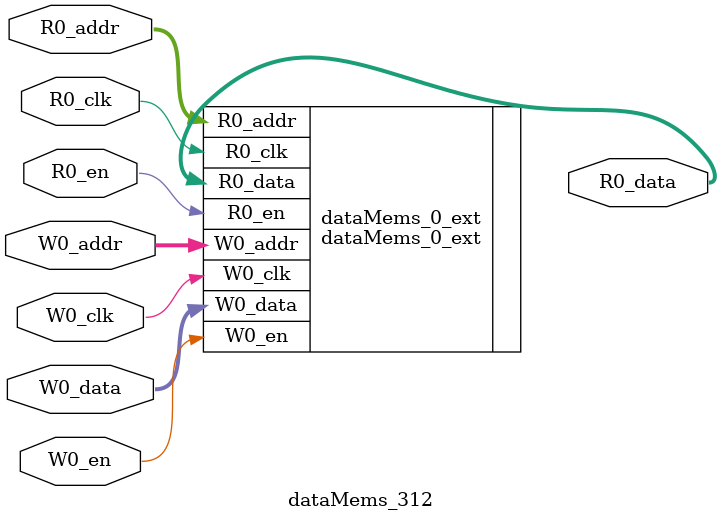
<source format=sv>
`ifndef RANDOMIZE
  `ifdef RANDOMIZE_REG_INIT
    `define RANDOMIZE
  `endif // RANDOMIZE_REG_INIT
`endif // not def RANDOMIZE
`ifndef RANDOMIZE
  `ifdef RANDOMIZE_MEM_INIT
    `define RANDOMIZE
  `endif // RANDOMIZE_MEM_INIT
`endif // not def RANDOMIZE

`ifndef RANDOM
  `define RANDOM $random
`endif // not def RANDOM

// Users can define 'PRINTF_COND' to add an extra gate to prints.
`ifndef PRINTF_COND_
  `ifdef PRINTF_COND
    `define PRINTF_COND_ (`PRINTF_COND)
  `else  // PRINTF_COND
    `define PRINTF_COND_ 1
  `endif // PRINTF_COND
`endif // not def PRINTF_COND_

// Users can define 'ASSERT_VERBOSE_COND' to add an extra gate to assert error printing.
`ifndef ASSERT_VERBOSE_COND_
  `ifdef ASSERT_VERBOSE_COND
    `define ASSERT_VERBOSE_COND_ (`ASSERT_VERBOSE_COND)
  `else  // ASSERT_VERBOSE_COND
    `define ASSERT_VERBOSE_COND_ 1
  `endif // ASSERT_VERBOSE_COND
`endif // not def ASSERT_VERBOSE_COND_

// Users can define 'STOP_COND' to add an extra gate to stop conditions.
`ifndef STOP_COND_
  `ifdef STOP_COND
    `define STOP_COND_ (`STOP_COND)
  `else  // STOP_COND
    `define STOP_COND_ 1
  `endif // STOP_COND
`endif // not def STOP_COND_

// Users can define INIT_RANDOM as general code that gets injected into the
// initializer block for modules with registers.
`ifndef INIT_RANDOM
  `define INIT_RANDOM
`endif // not def INIT_RANDOM

// If using random initialization, you can also define RANDOMIZE_DELAY to
// customize the delay used, otherwise 0.002 is used.
`ifndef RANDOMIZE_DELAY
  `define RANDOMIZE_DELAY 0.002
`endif // not def RANDOMIZE_DELAY

// Define INIT_RANDOM_PROLOG_ for use in our modules below.
`ifndef INIT_RANDOM_PROLOG_
  `ifdef RANDOMIZE
    `ifdef VERILATOR
      `define INIT_RANDOM_PROLOG_ `INIT_RANDOM
    `else  // VERILATOR
      `define INIT_RANDOM_PROLOG_ `INIT_RANDOM #`RANDOMIZE_DELAY begin end
    `endif // VERILATOR
  `else  // RANDOMIZE
    `define INIT_RANDOM_PROLOG_
  `endif // RANDOMIZE
`endif // not def INIT_RANDOM_PROLOG_

// Include register initializers in init blocks unless synthesis is set
`ifndef SYNTHESIS
  `ifndef ENABLE_INITIAL_REG_
    `define ENABLE_INITIAL_REG_
  `endif // not def ENABLE_INITIAL_REG_
`endif // not def SYNTHESIS

// Include rmemory initializers in init blocks unless synthesis is set
`ifndef SYNTHESIS
  `ifndef ENABLE_INITIAL_MEM_
    `define ENABLE_INITIAL_MEM_
  `endif // not def ENABLE_INITIAL_MEM_
`endif // not def SYNTHESIS

module dataMems_312(	// @[generators/ara/src/main/scala/UnsafeAXI4ToTL.scala:365:62]
  input  [4:0]  R0_addr,
  input         R0_en,
  input         R0_clk,
  output [66:0] R0_data,
  input  [4:0]  W0_addr,
  input         W0_en,
  input         W0_clk,
  input  [66:0] W0_data
);

  dataMems_0_ext dataMems_0_ext (	// @[generators/ara/src/main/scala/UnsafeAXI4ToTL.scala:365:62]
    .R0_addr (R0_addr),
    .R0_en   (R0_en),
    .R0_clk  (R0_clk),
    .R0_data (R0_data),
    .W0_addr (W0_addr),
    .W0_en   (W0_en),
    .W0_clk  (W0_clk),
    .W0_data (W0_data)
  );
endmodule


</source>
